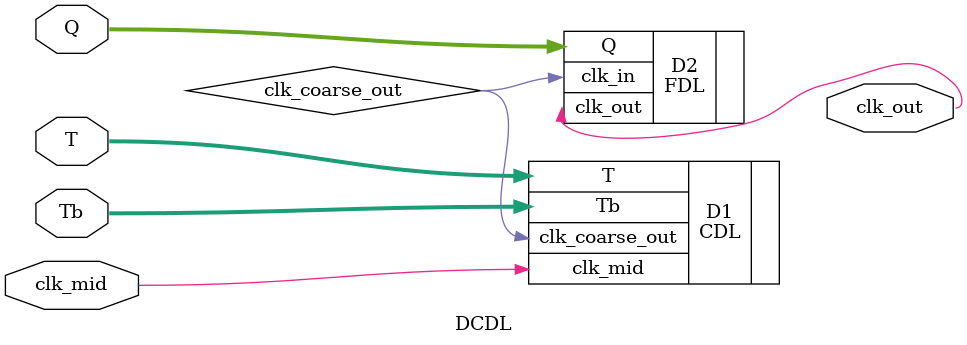
<source format=v>
`include "CDL.v"
`include "FDL.v"
module DCDL (clk_mid,Q,T,Tb,clk_out);
input clk_mid;
input [5:0] Q;
input [15:0] T;
input [15:0] Tb;
output clk_out;

CDL D1(.clk_mid(clk_mid),.T(T),.Tb(Tb),.clk_coarse_out(clk_coarse_out));
FDL D2(.clk_in(clk_coarse_out),.Q(Q),.clk_out(clk_out));

endmodule
</source>
